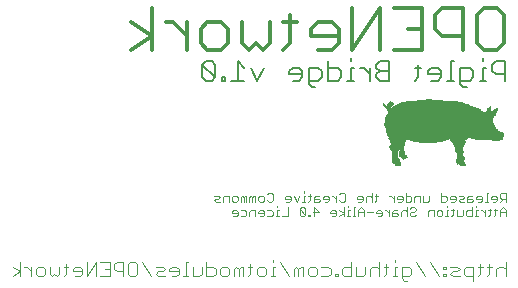
<source format=gbo>
G75*
%MOIN*%
%OFA0B0*%
%FSLAX25Y25*%
%IPPOS*%
%LPD*%
%AMOC8*
5,1,8,0,0,1.08239X$1,22.5*
%
%ADD10C,0.01200*%
%ADD11C,0.00300*%
%ADD12C,0.00600*%
%ADD13R,0.01650X0.00050*%
%ADD14R,0.01000X0.00050*%
%ADD15R,0.02050X0.00050*%
%ADD16R,0.01900X0.00050*%
%ADD17R,0.02100X0.00050*%
%ADD18R,0.00200X0.00050*%
%ADD19R,0.02300X0.00050*%
%ADD20R,0.02700X0.00050*%
%ADD21R,0.02500X0.00050*%
%ADD22R,0.02250X0.00050*%
%ADD23R,0.01450X0.00050*%
%ADD24R,0.01700X0.00050*%
%ADD25R,0.01850X0.00050*%
%ADD26R,0.02750X0.00050*%
%ADD27R,0.02900X0.00050*%
%ADD28R,0.04600X0.00050*%
%ADD29R,0.02950X0.00050*%
%ADD30R,0.04800X0.00050*%
%ADD31R,0.05000X0.00050*%
%ADD32R,0.03350X0.00050*%
%ADD33R,0.03550X0.00050*%
%ADD34R,0.03750X0.00050*%
%ADD35R,0.03950X0.00050*%
%ADD36R,0.04150X0.00050*%
%ADD37R,0.04350X0.00050*%
%ADD38R,0.05850X0.00050*%
%ADD39R,0.08350X0.00050*%
%ADD40R,0.05200X0.00050*%
%ADD41R,0.10200X0.00050*%
%ADD42R,0.05400X0.00050*%
%ADD43R,0.11700X0.00050*%
%ADD44R,0.05600X0.00050*%
%ADD45R,0.07500X0.00050*%
%ADD46R,0.13100X0.00050*%
%ADD47R,0.06050X0.00050*%
%ADD48R,0.09150X0.00050*%
%ADD49R,0.05650X0.00050*%
%ADD50R,0.20000X0.00050*%
%ADD51R,0.10400X0.00050*%
%ADD52R,0.26450X0.00050*%
%ADD53R,0.38100X0.00050*%
%ADD54R,0.38550X0.00050*%
%ADD55R,0.38750X0.00050*%
%ADD56R,0.38950X0.00050*%
%ADD57R,0.38150X0.00050*%
%ADD58R,0.37700X0.00050*%
%ADD59R,0.37300X0.00050*%
%ADD60R,0.37100X0.00050*%
%ADD61R,0.36850X0.00050*%
%ADD62R,0.36650X0.00050*%
%ADD63R,0.36450X0.00050*%
%ADD64R,0.36250X0.00050*%
%ADD65R,0.36000X0.00050*%
%ADD66R,0.35800X0.00050*%
%ADD67R,0.36050X0.00050*%
%ADD68R,0.32300X0.00050*%
%ADD69R,0.31650X0.00050*%
%ADD70R,0.01250X0.00050*%
%ADD71R,0.31250X0.00050*%
%ADD72R,0.31000X0.00050*%
%ADD73R,0.01050X0.00050*%
%ADD74R,0.00650X0.00050*%
%ADD75R,0.30850X0.00050*%
%ADD76R,0.00450X0.00050*%
%ADD77R,0.30650X0.00050*%
%ADD78R,0.28550X0.00050*%
%ADD79R,0.00400X0.00050*%
%ADD80R,0.27700X0.00050*%
%ADD81R,0.26850X0.00050*%
%ADD82R,0.26050X0.00050*%
%ADD83R,0.25000X0.00050*%
%ADD84R,0.00850X0.00050*%
%ADD85R,0.23950X0.00050*%
%ADD86R,0.23150X0.00050*%
%ADD87R,0.21900X0.00050*%
%ADD88R,0.20400X0.00050*%
%ADD89R,0.19000X0.00050*%
%ADD90R,0.17100X0.00050*%
%ADD91R,0.14400X0.00050*%
%ADD92R,0.08750X0.00050*%
%ADD93C,0.00400*%
D10*
X0201682Y0144683D02*
X0208588Y0149287D01*
X0201682Y0153891D01*
X0213192Y0153891D02*
X0215494Y0153891D01*
X0220098Y0149287D01*
X0224702Y0146985D02*
X0224702Y0151589D01*
X0227004Y0153891D01*
X0231608Y0153891D01*
X0233910Y0151589D01*
X0233910Y0146985D01*
X0231608Y0144683D01*
X0227004Y0144683D01*
X0224702Y0146985D01*
X0220098Y0144683D02*
X0220098Y0153891D01*
X0208588Y0158495D02*
X0208588Y0144683D01*
X0238514Y0146985D02*
X0240816Y0144683D01*
X0243118Y0146985D01*
X0245420Y0144683D01*
X0247722Y0146985D01*
X0247722Y0153891D01*
X0252325Y0153891D02*
X0256929Y0153891D01*
X0261533Y0151589D02*
X0261533Y0149287D01*
X0270741Y0149287D01*
X0270741Y0146985D02*
X0270741Y0151589D01*
X0268439Y0153891D01*
X0263835Y0153891D01*
X0261533Y0151589D01*
X0254627Y0146985D02*
X0252325Y0144683D01*
X0254627Y0146985D02*
X0254627Y0156193D01*
X0238514Y0153891D02*
X0238514Y0146985D01*
X0263835Y0144683D02*
X0268439Y0144683D01*
X0270741Y0146985D01*
X0275345Y0144683D02*
X0275345Y0158495D01*
X0284553Y0158495D02*
X0275345Y0144683D01*
X0284553Y0144683D02*
X0284553Y0158495D01*
X0289157Y0158495D02*
X0298365Y0158495D01*
X0298365Y0144683D01*
X0289157Y0144683D01*
X0293761Y0151589D02*
X0298365Y0151589D01*
X0302969Y0151589D02*
X0305271Y0149287D01*
X0312177Y0149287D01*
X0316781Y0146985D02*
X0316781Y0156193D01*
X0319083Y0158495D01*
X0323686Y0158495D01*
X0325988Y0156193D01*
X0325988Y0146985D01*
X0323686Y0144683D01*
X0319083Y0144683D01*
X0316781Y0146985D01*
X0312177Y0144683D02*
X0312177Y0158495D01*
X0305271Y0158495D01*
X0302969Y0156193D01*
X0302969Y0151589D01*
D11*
X0304853Y0096956D02*
X0304853Y0094054D01*
X0306304Y0094054D01*
X0306788Y0094538D01*
X0306788Y0095505D01*
X0306304Y0095989D01*
X0304853Y0095989D01*
X0307800Y0095505D02*
X0307800Y0095021D01*
X0309735Y0095021D01*
X0309735Y0094538D02*
X0309735Y0095505D01*
X0309251Y0095989D01*
X0308284Y0095989D01*
X0307800Y0095505D01*
X0308284Y0094054D02*
X0309251Y0094054D01*
X0309735Y0094538D01*
X0310746Y0094538D02*
X0311230Y0095021D01*
X0312198Y0095021D01*
X0312681Y0095505D01*
X0312198Y0095989D01*
X0310746Y0095989D01*
X0310746Y0094538D02*
X0311230Y0094054D01*
X0312681Y0094054D01*
X0313693Y0094054D02*
X0315144Y0094054D01*
X0315628Y0094538D01*
X0315144Y0095021D01*
X0313693Y0095021D01*
X0313693Y0095505D02*
X0313693Y0094054D01*
X0313693Y0095505D02*
X0314177Y0095989D01*
X0315144Y0095989D01*
X0316639Y0095505D02*
X0316639Y0095021D01*
X0318574Y0095021D01*
X0318574Y0094538D02*
X0318574Y0095505D01*
X0318091Y0095989D01*
X0317123Y0095989D01*
X0316639Y0095505D01*
X0317123Y0094054D02*
X0318091Y0094054D01*
X0318574Y0094538D01*
X0319571Y0094054D02*
X0320539Y0094054D01*
X0320055Y0094054D02*
X0320055Y0096956D01*
X0320539Y0096956D01*
X0321550Y0095505D02*
X0321550Y0095021D01*
X0323485Y0095021D01*
X0323485Y0094538D02*
X0323485Y0095505D01*
X0323001Y0095989D01*
X0322034Y0095989D01*
X0321550Y0095505D01*
X0322034Y0094054D02*
X0323001Y0094054D01*
X0323485Y0094538D01*
X0324497Y0094054D02*
X0325464Y0095021D01*
X0324980Y0095021D02*
X0326432Y0095021D01*
X0326432Y0094054D02*
X0326432Y0096956D01*
X0324980Y0096956D01*
X0324497Y0096473D01*
X0324497Y0095505D01*
X0324980Y0095021D01*
X0316617Y0092640D02*
X0316617Y0092156D01*
X0316617Y0091189D02*
X0316617Y0089254D01*
X0316134Y0089254D02*
X0317101Y0089254D01*
X0317101Y0091189D02*
X0316617Y0091189D01*
X0315137Y0091189D02*
X0313685Y0091189D01*
X0313202Y0090705D01*
X0313202Y0089738D01*
X0313685Y0089254D01*
X0315137Y0089254D01*
X0315137Y0092156D01*
X0312190Y0091189D02*
X0312190Y0089738D01*
X0311706Y0089254D01*
X0310255Y0089254D01*
X0310255Y0091189D01*
X0309244Y0091189D02*
X0308276Y0091189D01*
X0308760Y0091673D02*
X0308760Y0089738D01*
X0308276Y0089254D01*
X0307279Y0089254D02*
X0306312Y0089254D01*
X0306796Y0089254D02*
X0306796Y0091189D01*
X0307279Y0091189D01*
X0306796Y0092156D02*
X0306796Y0092640D01*
X0305315Y0090705D02*
X0305315Y0089738D01*
X0304831Y0089254D01*
X0303864Y0089254D01*
X0303380Y0089738D01*
X0303380Y0090705D01*
X0303864Y0091189D01*
X0304831Y0091189D01*
X0305315Y0090705D01*
X0302368Y0091189D02*
X0300917Y0091189D01*
X0300433Y0090705D01*
X0300433Y0089254D01*
X0302368Y0089254D02*
X0302368Y0091189D01*
X0300411Y0094054D02*
X0298960Y0094054D01*
X0298960Y0095989D01*
X0297949Y0095989D02*
X0296497Y0095989D01*
X0296014Y0095505D01*
X0296014Y0094054D01*
X0295002Y0094538D02*
X0294518Y0094054D01*
X0293067Y0094054D01*
X0293067Y0096956D01*
X0293067Y0095989D02*
X0294518Y0095989D01*
X0295002Y0095505D01*
X0295002Y0094538D01*
X0292056Y0094538D02*
X0291572Y0094054D01*
X0290604Y0094054D01*
X0290121Y0095021D02*
X0292056Y0095021D01*
X0292056Y0094538D02*
X0292056Y0095505D01*
X0291572Y0095989D01*
X0290604Y0095989D01*
X0290121Y0095505D01*
X0290121Y0095021D01*
X0289109Y0095021D02*
X0288142Y0095989D01*
X0287658Y0095989D01*
X0289109Y0095989D02*
X0289109Y0094054D01*
X0289131Y0091189D02*
X0288647Y0090705D01*
X0288647Y0089254D01*
X0290099Y0089254D01*
X0290582Y0089738D01*
X0290099Y0090221D01*
X0288647Y0090221D01*
X0287636Y0090221D02*
X0286668Y0091189D01*
X0286185Y0091189D01*
X0285180Y0090705D02*
X0284697Y0091189D01*
X0283729Y0091189D01*
X0283245Y0090705D01*
X0283245Y0090221D01*
X0285180Y0090221D01*
X0285180Y0089738D02*
X0285180Y0090705D01*
X0285180Y0089738D02*
X0284697Y0089254D01*
X0283729Y0089254D01*
X0282234Y0090705D02*
X0280299Y0090705D01*
X0279287Y0090705D02*
X0277352Y0090705D01*
X0277352Y0091189D02*
X0277352Y0089254D01*
X0276341Y0089254D02*
X0275373Y0089254D01*
X0275857Y0089254D02*
X0275857Y0092156D01*
X0276341Y0092156D01*
X0277352Y0091189D02*
X0278320Y0092156D01*
X0279287Y0091189D01*
X0279287Y0089254D01*
X0274377Y0089254D02*
X0273409Y0089254D01*
X0273893Y0089254D02*
X0273893Y0091189D01*
X0274377Y0091189D01*
X0273893Y0092156D02*
X0273893Y0092640D01*
X0272412Y0092156D02*
X0272412Y0089254D01*
X0272412Y0090221D02*
X0270961Y0091189D01*
X0269957Y0090705D02*
X0269473Y0091189D01*
X0268506Y0091189D01*
X0268022Y0090705D01*
X0268022Y0090221D01*
X0269957Y0090221D01*
X0269957Y0089738D02*
X0269957Y0090705D01*
X0269957Y0089738D02*
X0269473Y0089254D01*
X0268506Y0089254D01*
X0270961Y0089254D02*
X0272412Y0090221D01*
X0272420Y0094054D02*
X0271452Y0094054D01*
X0270968Y0094538D01*
X0269957Y0095021D02*
X0268989Y0095989D01*
X0268506Y0095989D01*
X0267501Y0095505D02*
X0267018Y0095989D01*
X0266050Y0095989D01*
X0265566Y0095505D01*
X0265566Y0095021D01*
X0267501Y0095021D01*
X0267501Y0094538D02*
X0267501Y0095505D01*
X0267501Y0094538D02*
X0267018Y0094054D01*
X0266050Y0094054D01*
X0264555Y0094538D02*
X0264071Y0095021D01*
X0262620Y0095021D01*
X0262620Y0095505D02*
X0262620Y0094054D01*
X0264071Y0094054D01*
X0264555Y0094538D01*
X0264071Y0095989D02*
X0263104Y0095989D01*
X0262620Y0095505D01*
X0261608Y0095989D02*
X0260641Y0095989D01*
X0261125Y0096473D02*
X0261125Y0094538D01*
X0260641Y0094054D01*
X0259644Y0094054D02*
X0258676Y0094054D01*
X0259160Y0094054D02*
X0259160Y0095989D01*
X0259644Y0095989D01*
X0259160Y0096956D02*
X0259160Y0097440D01*
X0257680Y0095989D02*
X0256712Y0094054D01*
X0255745Y0095989D01*
X0254733Y0095505D02*
X0254249Y0095989D01*
X0253282Y0095989D01*
X0252798Y0095505D01*
X0252798Y0095021D01*
X0254733Y0095021D01*
X0254733Y0094538D02*
X0254733Y0095505D01*
X0254733Y0094538D02*
X0254249Y0094054D01*
X0253282Y0094054D01*
X0253751Y0092156D02*
X0253751Y0089254D01*
X0251816Y0089254D01*
X0250804Y0089254D02*
X0249837Y0089254D01*
X0250321Y0089254D02*
X0250321Y0091189D01*
X0250804Y0091189D01*
X0250321Y0092156D02*
X0250321Y0092640D01*
X0248840Y0094538D02*
X0248356Y0094054D01*
X0247389Y0094054D01*
X0246905Y0094538D01*
X0245894Y0094538D02*
X0245410Y0094054D01*
X0244442Y0094054D01*
X0243959Y0094538D01*
X0243959Y0095505D01*
X0244442Y0095989D01*
X0245410Y0095989D01*
X0245894Y0095505D01*
X0245894Y0094538D01*
X0246905Y0096473D02*
X0247389Y0096956D01*
X0248356Y0096956D01*
X0248840Y0096473D01*
X0248840Y0094538D01*
X0242947Y0094054D02*
X0242947Y0095989D01*
X0242463Y0095989D01*
X0241980Y0095505D01*
X0241496Y0095989D01*
X0241012Y0095505D01*
X0241012Y0094054D01*
X0241980Y0094054D02*
X0241980Y0095505D01*
X0240000Y0095989D02*
X0240000Y0094054D01*
X0239033Y0094054D02*
X0239033Y0095505D01*
X0238549Y0095989D01*
X0238066Y0095505D01*
X0238066Y0094054D01*
X0237054Y0094538D02*
X0236570Y0094054D01*
X0235603Y0094054D01*
X0235119Y0094538D01*
X0235119Y0095505D01*
X0235603Y0095989D01*
X0236570Y0095989D01*
X0237054Y0095505D01*
X0237054Y0094538D01*
X0239033Y0095505D02*
X0239517Y0095989D01*
X0240000Y0095989D01*
X0234107Y0095989D02*
X0234107Y0094054D01*
X0232172Y0094054D02*
X0232172Y0095505D01*
X0232656Y0095989D01*
X0234107Y0095989D01*
X0231161Y0095505D02*
X0230677Y0095989D01*
X0229226Y0095989D01*
X0229710Y0095021D02*
X0230677Y0095021D01*
X0231161Y0095505D01*
X0231161Y0094054D02*
X0229710Y0094054D01*
X0229226Y0094538D01*
X0229710Y0095021D01*
X0235119Y0090705D02*
X0235119Y0090221D01*
X0237054Y0090221D01*
X0237054Y0089738D02*
X0237054Y0090705D01*
X0236570Y0091189D01*
X0235603Y0091189D01*
X0235119Y0090705D01*
X0235603Y0089254D02*
X0236570Y0089254D01*
X0237054Y0089738D01*
X0238066Y0089254D02*
X0239517Y0089254D01*
X0240001Y0089738D01*
X0240001Y0090705D01*
X0239517Y0091189D01*
X0238066Y0091189D01*
X0241012Y0090705D02*
X0241012Y0089254D01*
X0241012Y0090705D02*
X0241496Y0091189D01*
X0242947Y0091189D01*
X0242947Y0089254D01*
X0243959Y0090221D02*
X0245894Y0090221D01*
X0245894Y0089738D02*
X0245894Y0090705D01*
X0245410Y0091189D01*
X0244442Y0091189D01*
X0243959Y0090705D01*
X0243959Y0090221D01*
X0244442Y0089254D02*
X0245410Y0089254D01*
X0245894Y0089738D01*
X0246905Y0089254D02*
X0248356Y0089254D01*
X0248840Y0089738D01*
X0248840Y0090705D01*
X0248356Y0091189D01*
X0246905Y0091189D01*
X0257709Y0091673D02*
X0259644Y0089738D01*
X0259160Y0089254D01*
X0258193Y0089254D01*
X0257709Y0089738D01*
X0257709Y0091673D01*
X0258193Y0092156D01*
X0259160Y0092156D01*
X0259644Y0091673D01*
X0259644Y0089738D01*
X0260633Y0089738D02*
X0260633Y0089254D01*
X0261117Y0089254D01*
X0261117Y0089738D01*
X0260633Y0089738D01*
X0262129Y0090705D02*
X0264064Y0090705D01*
X0262613Y0092156D01*
X0262613Y0089254D01*
X0269957Y0094054D02*
X0269957Y0095989D01*
X0270968Y0096473D02*
X0271452Y0096956D01*
X0272420Y0096956D01*
X0272903Y0096473D01*
X0272903Y0094538D01*
X0272420Y0094054D01*
X0276861Y0095021D02*
X0278796Y0095021D01*
X0278796Y0094538D02*
X0278796Y0095505D01*
X0278313Y0095989D01*
X0277345Y0095989D01*
X0276861Y0095505D01*
X0276861Y0095021D01*
X0277345Y0094054D02*
X0278313Y0094054D01*
X0278796Y0094538D01*
X0279808Y0094054D02*
X0279808Y0095505D01*
X0280292Y0095989D01*
X0281259Y0095989D01*
X0281743Y0095505D01*
X0282740Y0095989D02*
X0283707Y0095989D01*
X0283223Y0096473D02*
X0283223Y0094538D01*
X0282740Y0094054D01*
X0281743Y0094054D02*
X0281743Y0096956D01*
X0287636Y0091189D02*
X0287636Y0089254D01*
X0289131Y0091189D02*
X0290099Y0091189D01*
X0291594Y0090705D02*
X0291594Y0089254D01*
X0291594Y0090705D02*
X0292078Y0091189D01*
X0293045Y0091189D01*
X0293529Y0090705D01*
X0294540Y0090221D02*
X0295024Y0090705D01*
X0295992Y0090705D01*
X0296475Y0091189D01*
X0296475Y0091673D01*
X0295992Y0092156D01*
X0295024Y0092156D01*
X0294540Y0091673D01*
X0293529Y0092156D02*
X0293529Y0089254D01*
X0294540Y0089738D02*
X0295024Y0089254D01*
X0295992Y0089254D01*
X0296475Y0089738D01*
X0294540Y0089738D02*
X0294540Y0090221D01*
X0297949Y0094054D02*
X0297949Y0095989D01*
X0300895Y0095989D02*
X0300895Y0094538D01*
X0300411Y0094054D01*
X0318105Y0091189D02*
X0318589Y0091189D01*
X0319556Y0090221D01*
X0319556Y0089254D02*
X0319556Y0091189D01*
X0320553Y0091189D02*
X0321521Y0091189D01*
X0321037Y0091673D02*
X0321037Y0089738D01*
X0320553Y0089254D01*
X0322518Y0089254D02*
X0323001Y0089738D01*
X0323001Y0091673D01*
X0322518Y0091189D02*
X0323485Y0091189D01*
X0324497Y0091189D02*
X0324497Y0089254D01*
X0324497Y0090705D02*
X0326432Y0090705D01*
X0326432Y0091189D02*
X0325464Y0092156D01*
X0324497Y0091189D01*
X0326432Y0091189D02*
X0326432Y0089254D01*
D12*
X0313411Y0132248D02*
X0312343Y0132248D01*
X0311276Y0133316D01*
X0311276Y0138654D01*
X0314478Y0138654D01*
X0315546Y0137586D01*
X0315546Y0135451D01*
X0314478Y0134383D01*
X0311276Y0134383D01*
X0309100Y0134383D02*
X0306965Y0134383D01*
X0308033Y0134383D02*
X0308033Y0140789D01*
X0309100Y0140789D01*
X0304803Y0137586D02*
X0303736Y0138654D01*
X0301601Y0138654D01*
X0300533Y0137586D01*
X0300533Y0136518D01*
X0304803Y0136518D01*
X0304803Y0135451D02*
X0304803Y0137586D01*
X0304803Y0135451D02*
X0303736Y0134383D01*
X0301601Y0134383D01*
X0297290Y0135451D02*
X0296223Y0134383D01*
X0297290Y0135451D02*
X0297290Y0139721D01*
X0296223Y0138654D02*
X0298358Y0138654D01*
X0287615Y0137586D02*
X0284413Y0137586D01*
X0283345Y0136518D01*
X0283345Y0135451D01*
X0284413Y0134383D01*
X0287615Y0134383D01*
X0287615Y0140789D01*
X0284413Y0140789D01*
X0283345Y0139721D01*
X0283345Y0138654D01*
X0284413Y0137586D01*
X0281170Y0136518D02*
X0279035Y0138654D01*
X0277967Y0138654D01*
X0275799Y0138654D02*
X0274731Y0138654D01*
X0274731Y0134383D01*
X0273664Y0134383D02*
X0275799Y0134383D01*
X0271502Y0135451D02*
X0271502Y0137586D01*
X0270434Y0138654D01*
X0267231Y0138654D01*
X0265056Y0137586D02*
X0265056Y0135451D01*
X0263989Y0134383D01*
X0260786Y0134383D01*
X0260786Y0133316D02*
X0260786Y0138654D01*
X0263989Y0138654D01*
X0265056Y0137586D01*
X0270434Y0134383D02*
X0271502Y0135451D01*
X0270434Y0134383D02*
X0267231Y0134383D01*
X0267231Y0140789D01*
X0274731Y0140789D02*
X0274731Y0141856D01*
X0281170Y0138654D02*
X0281170Y0134383D01*
X0262921Y0132248D02*
X0261853Y0132248D01*
X0260786Y0133316D01*
X0258611Y0135451D02*
X0258611Y0137586D01*
X0257543Y0138654D01*
X0255408Y0138654D01*
X0254340Y0137586D01*
X0254340Y0136518D01*
X0258611Y0136518D01*
X0258611Y0135451D02*
X0257543Y0134383D01*
X0255408Y0134383D01*
X0245720Y0138654D02*
X0243585Y0134383D01*
X0241449Y0138654D01*
X0239274Y0138654D02*
X0237139Y0140789D01*
X0237139Y0134383D01*
X0239274Y0134383D02*
X0235004Y0134383D01*
X0232829Y0134383D02*
X0231761Y0134383D01*
X0231761Y0135451D01*
X0232829Y0135451D01*
X0232829Y0134383D01*
X0229606Y0135451D02*
X0225336Y0139721D01*
X0225336Y0135451D01*
X0226403Y0134383D01*
X0228538Y0134383D01*
X0229606Y0135451D01*
X0229606Y0139721D01*
X0228538Y0140789D01*
X0226403Y0140789D01*
X0225336Y0139721D01*
X0317708Y0134383D02*
X0319843Y0134383D01*
X0318775Y0134383D02*
X0318775Y0138654D01*
X0319843Y0138654D01*
X0322018Y0139721D02*
X0322018Y0137586D01*
X0323086Y0136518D01*
X0326288Y0136518D01*
X0326288Y0134383D02*
X0326288Y0140789D01*
X0323086Y0140789D01*
X0322018Y0139721D01*
X0318775Y0140789D02*
X0318775Y0141856D01*
D13*
X0288188Y0126783D03*
X0288188Y0126733D03*
X0288188Y0126683D03*
X0288188Y0126633D03*
X0288188Y0126583D03*
X0291938Y0111133D03*
X0291938Y0111083D03*
X0291938Y0111033D03*
X0291938Y0110983D03*
X0291938Y0110933D03*
X0291938Y0110883D03*
X0291938Y0110833D03*
X0291938Y0110783D03*
X0312138Y0105933D03*
X0312138Y0105883D03*
X0312138Y0105833D03*
X0312138Y0105783D03*
D14*
X0290363Y0105783D03*
X0290363Y0105833D03*
X0290363Y0105883D03*
X0290363Y0105933D03*
D15*
X0289638Y0108283D03*
X0289638Y0108333D03*
X0289638Y0108383D03*
X0289638Y0108433D03*
X0289638Y0108483D03*
X0289638Y0108533D03*
X0289638Y0108583D03*
X0289638Y0108633D03*
X0289638Y0108683D03*
X0289638Y0108733D03*
X0289638Y0108783D03*
X0289638Y0108833D03*
X0289638Y0108883D03*
X0289638Y0108933D03*
X0289638Y0108983D03*
X0289638Y0109033D03*
X0289638Y0109083D03*
X0289638Y0109133D03*
X0289638Y0109183D03*
X0289638Y0109233D03*
X0289638Y0109283D03*
X0311088Y0109333D03*
X0311088Y0109383D03*
X0311088Y0109433D03*
X0311088Y0109483D03*
X0311088Y0109533D03*
X0311088Y0109583D03*
X0311088Y0109633D03*
X0311088Y0109683D03*
X0311088Y0109733D03*
X0311088Y0109783D03*
X0311088Y0109833D03*
X0311088Y0109883D03*
X0311088Y0109933D03*
X0311088Y0109983D03*
X0311088Y0110033D03*
X0311088Y0110083D03*
X0312138Y0106333D03*
X0312138Y0106283D03*
X0312138Y0106233D03*
X0312138Y0106183D03*
X0312138Y0106133D03*
X0312138Y0106083D03*
X0312138Y0106033D03*
X0312138Y0105983D03*
X0300888Y0127633D03*
X0300888Y0127683D03*
X0300888Y0127733D03*
X0300888Y0127783D03*
D16*
X0288063Y0126533D03*
X0288063Y0126483D03*
X0288063Y0126433D03*
X0288063Y0126383D03*
X0291813Y0110733D03*
X0291813Y0110683D03*
X0291813Y0110633D03*
X0291813Y0110583D03*
X0291813Y0110533D03*
X0291813Y0110483D03*
X0291813Y0110433D03*
X0291813Y0110383D03*
X0291813Y0110333D03*
X0291813Y0110283D03*
X0291813Y0110233D03*
X0291813Y0110183D03*
X0291813Y0110133D03*
X0292663Y0108833D03*
X0292663Y0108783D03*
X0292663Y0108733D03*
X0292663Y0108683D03*
X0290563Y0106133D03*
X0290563Y0106083D03*
X0290563Y0106033D03*
X0290563Y0105983D03*
D17*
X0290663Y0106183D03*
X0290663Y0106233D03*
X0290663Y0106283D03*
X0290663Y0106333D03*
X0291913Y0109533D03*
X0291913Y0109583D03*
X0291913Y0109633D03*
X0291913Y0109683D03*
X0291913Y0109733D03*
X0291913Y0109783D03*
X0291913Y0109833D03*
X0291913Y0109883D03*
X0291913Y0109933D03*
X0291913Y0109983D03*
X0291913Y0110033D03*
X0291913Y0110083D03*
X0289413Y0110133D03*
X0289413Y0110183D03*
X0289413Y0110233D03*
X0289413Y0110283D03*
X0311913Y0106533D03*
X0311913Y0106483D03*
X0311913Y0106433D03*
X0311913Y0106383D03*
X0287963Y0125983D03*
X0287963Y0126033D03*
X0287963Y0126083D03*
X0287963Y0126133D03*
X0287963Y0126183D03*
X0287963Y0126233D03*
X0287963Y0126283D03*
X0287963Y0126333D03*
X0287763Y0125933D03*
X0287763Y0125883D03*
X0287763Y0125833D03*
X0287763Y0125783D03*
D18*
X0288263Y0127033D03*
X0288263Y0127083D03*
X0288263Y0127133D03*
X0288263Y0127183D03*
X0285763Y0126533D03*
X0285763Y0126483D03*
X0285763Y0126433D03*
X0285763Y0126383D03*
X0321413Y0125533D03*
X0321413Y0125483D03*
X0321413Y0125433D03*
X0321413Y0125383D03*
X0321413Y0125333D03*
X0323713Y0125083D03*
X0323713Y0125033D03*
X0323713Y0124983D03*
X0323713Y0124933D03*
X0292663Y0108233D03*
X0292663Y0108183D03*
X0292663Y0108133D03*
X0292663Y0108083D03*
X0310563Y0106533D03*
X0310563Y0106483D03*
X0310563Y0106433D03*
X0310563Y0106383D03*
D19*
X0311413Y0108683D03*
X0311413Y0108733D03*
X0311413Y0108783D03*
X0311413Y0108833D03*
X0311213Y0108883D03*
X0311213Y0108933D03*
X0311213Y0108983D03*
X0311213Y0109033D03*
X0311213Y0109083D03*
X0311213Y0109133D03*
X0311213Y0109183D03*
X0311213Y0109233D03*
X0311213Y0109283D03*
X0292013Y0109333D03*
X0292013Y0109383D03*
X0292013Y0109433D03*
X0292013Y0109483D03*
X0289513Y0110333D03*
X0289513Y0110383D03*
X0289513Y0110433D03*
X0289513Y0110483D03*
X0289513Y0110533D03*
X0289513Y0110583D03*
X0289513Y0110633D03*
X0289513Y0110683D03*
X0289513Y0110733D03*
X0290563Y0106533D03*
X0290563Y0106483D03*
X0290563Y0106433D03*
X0290563Y0106383D03*
D20*
X0290163Y0106583D03*
X0290163Y0106633D03*
X0290163Y0106683D03*
X0290163Y0106733D03*
X0290163Y0106783D03*
X0290163Y0106833D03*
X0290163Y0106883D03*
X0290163Y0106933D03*
X0290163Y0106983D03*
X0289963Y0107033D03*
X0289963Y0107083D03*
X0289963Y0107133D03*
X0289963Y0107183D03*
X0311413Y0107833D03*
X0311413Y0107883D03*
X0311413Y0107933D03*
X0311413Y0107983D03*
X0311413Y0108033D03*
X0311413Y0108083D03*
X0311413Y0108133D03*
X0311413Y0108183D03*
X0311413Y0108233D03*
X0311413Y0108283D03*
X0311413Y0108333D03*
X0311413Y0108383D03*
X0311413Y0108433D03*
X0311613Y0106783D03*
X0311613Y0106733D03*
X0311613Y0106683D03*
X0311613Y0106633D03*
X0311613Y0106583D03*
D21*
X0311513Y0106833D03*
X0311513Y0106883D03*
X0311513Y0106933D03*
X0311513Y0106983D03*
X0311313Y0107033D03*
X0311313Y0107083D03*
X0311313Y0107133D03*
X0311313Y0107183D03*
X0311313Y0107233D03*
X0311313Y0107283D03*
X0311313Y0107333D03*
X0311313Y0107383D03*
X0311313Y0107433D03*
X0311313Y0107483D03*
X0311313Y0107533D03*
X0311313Y0107583D03*
X0311313Y0107633D03*
X0311313Y0107683D03*
X0311313Y0107733D03*
X0311313Y0107783D03*
X0311513Y0108483D03*
X0311513Y0108533D03*
X0311513Y0108583D03*
X0311513Y0108633D03*
X0311113Y0110333D03*
X0311113Y0110383D03*
X0311113Y0110433D03*
X0311113Y0110483D03*
X0311113Y0110533D03*
X0292363Y0109033D03*
X0292363Y0108983D03*
X0292363Y0108933D03*
X0292363Y0108883D03*
X0292113Y0109083D03*
X0292113Y0109133D03*
X0292113Y0109183D03*
X0292113Y0109233D03*
X0292113Y0109283D03*
X0289863Y0107783D03*
X0289863Y0107733D03*
X0289863Y0107683D03*
X0289863Y0107633D03*
X0289863Y0107583D03*
X0289863Y0107533D03*
X0289863Y0107483D03*
X0289863Y0107433D03*
X0289863Y0107383D03*
X0289863Y0107333D03*
X0289863Y0107283D03*
X0289863Y0107233D03*
X0289413Y0110783D03*
X0289413Y0110833D03*
X0289413Y0110883D03*
X0289413Y0110933D03*
X0289413Y0110983D03*
X0289413Y0111033D03*
X0289413Y0111083D03*
X0289413Y0111133D03*
D22*
X0289738Y0108233D03*
X0289738Y0108183D03*
X0289738Y0108133D03*
X0289738Y0108083D03*
X0289738Y0108033D03*
X0289738Y0107983D03*
X0289738Y0107933D03*
X0289738Y0107883D03*
X0289738Y0107833D03*
X0310988Y0110133D03*
X0310988Y0110183D03*
X0310988Y0110233D03*
X0310988Y0110283D03*
X0287238Y0125333D03*
X0287238Y0125383D03*
X0287238Y0125433D03*
X0287238Y0125483D03*
X0287238Y0125533D03*
D23*
X0291838Y0111333D03*
X0291838Y0111283D03*
X0291838Y0111233D03*
X0291838Y0111183D03*
X0292638Y0108433D03*
X0292638Y0108383D03*
X0292638Y0108333D03*
X0292638Y0108283D03*
X0320788Y0124083D03*
X0320788Y0124133D03*
X0320788Y0124183D03*
X0320788Y0124233D03*
X0320788Y0124283D03*
X0322638Y0123833D03*
X0322638Y0123783D03*
X0322638Y0123733D03*
X0322638Y0123683D03*
D24*
X0292763Y0108633D03*
X0292763Y0108583D03*
X0292763Y0108533D03*
X0292763Y0108483D03*
D25*
X0289538Y0109333D03*
X0289538Y0109383D03*
X0289538Y0109433D03*
X0289538Y0109483D03*
X0289538Y0109533D03*
X0289538Y0109583D03*
X0289538Y0109633D03*
X0289538Y0109683D03*
X0289538Y0109733D03*
X0289538Y0109783D03*
X0289538Y0109833D03*
X0289538Y0109883D03*
X0289538Y0109933D03*
X0289538Y0109983D03*
X0289538Y0110033D03*
X0289538Y0110083D03*
X0287238Y0125133D03*
X0287238Y0125183D03*
X0287238Y0125233D03*
X0287238Y0125283D03*
X0320788Y0124033D03*
X0320788Y0123983D03*
X0320788Y0123933D03*
X0320788Y0123883D03*
X0320788Y0123833D03*
X0320788Y0123783D03*
X0320788Y0123733D03*
X0320788Y0123683D03*
D26*
X0310988Y0111533D03*
X0310988Y0111483D03*
X0310988Y0111433D03*
X0310988Y0111383D03*
X0310988Y0111333D03*
X0310988Y0111283D03*
X0310988Y0111233D03*
X0310988Y0111183D03*
X0310988Y0111133D03*
X0310988Y0111083D03*
X0310988Y0111033D03*
X0310988Y0110983D03*
X0310988Y0110933D03*
X0310988Y0110883D03*
X0310988Y0110833D03*
X0310988Y0110783D03*
X0310988Y0110733D03*
X0310988Y0110683D03*
X0310988Y0110633D03*
X0310988Y0110583D03*
D27*
X0323163Y0114333D03*
X0323163Y0114383D03*
X0323163Y0114433D03*
X0323163Y0114483D03*
X0289413Y0111333D03*
X0289413Y0111283D03*
X0289413Y0111233D03*
X0289413Y0111183D03*
D28*
X0290263Y0111383D03*
X0290263Y0111433D03*
X0290263Y0111483D03*
X0290263Y0111533D03*
X0290463Y0112633D03*
X0290463Y0112683D03*
X0290463Y0112733D03*
X0290463Y0112783D03*
X0290463Y0112833D03*
X0290463Y0112883D03*
X0290463Y0112933D03*
X0290463Y0112983D03*
X0290463Y0113033D03*
X0290463Y0113083D03*
X0290463Y0113133D03*
X0290463Y0113183D03*
X0290463Y0113233D03*
X0310663Y0113883D03*
X0310663Y0113933D03*
X0310663Y0113983D03*
X0310663Y0114033D03*
X0310663Y0114083D03*
X0310663Y0114133D03*
X0310663Y0114183D03*
X0310663Y0114233D03*
X0310663Y0114283D03*
D29*
X0310888Y0112183D03*
X0310888Y0112133D03*
X0310888Y0112083D03*
X0310888Y0112033D03*
X0310888Y0111983D03*
X0310888Y0111933D03*
X0310888Y0111883D03*
X0310888Y0111833D03*
X0310888Y0111783D03*
X0310888Y0111733D03*
X0310888Y0111683D03*
X0310888Y0111633D03*
X0310888Y0111583D03*
X0287338Y0125583D03*
X0287338Y0125633D03*
X0287338Y0125683D03*
X0287338Y0125733D03*
D30*
X0290563Y0113633D03*
X0290563Y0113583D03*
X0290563Y0113533D03*
X0290563Y0113483D03*
X0290563Y0113433D03*
X0290563Y0113383D03*
X0290563Y0113333D03*
X0290563Y0113283D03*
X0290363Y0112583D03*
X0290363Y0112533D03*
X0290363Y0112483D03*
X0290363Y0112433D03*
X0290363Y0112383D03*
X0290363Y0112333D03*
X0290363Y0112283D03*
X0290363Y0112233D03*
X0290163Y0111983D03*
X0290163Y0111933D03*
X0290163Y0111883D03*
X0290163Y0111833D03*
X0290163Y0111783D03*
X0290163Y0111733D03*
X0290163Y0111683D03*
X0290163Y0111633D03*
X0290163Y0111583D03*
D31*
X0290263Y0112033D03*
X0290263Y0112083D03*
X0290263Y0112133D03*
X0290263Y0112183D03*
X0290463Y0113683D03*
X0290463Y0113733D03*
X0290463Y0113783D03*
X0290463Y0113833D03*
X0310663Y0114333D03*
X0310663Y0114383D03*
X0310663Y0114433D03*
X0310663Y0114483D03*
D32*
X0310888Y0112583D03*
X0310888Y0112533D03*
X0310888Y0112483D03*
X0310888Y0112433D03*
X0310888Y0112383D03*
X0310888Y0112333D03*
X0310888Y0112283D03*
X0310888Y0112233D03*
X0300688Y0113483D03*
X0300688Y0113533D03*
X0300688Y0113583D03*
X0300688Y0113633D03*
D33*
X0310788Y0112783D03*
X0310788Y0112733D03*
X0310788Y0112683D03*
X0310788Y0112633D03*
D34*
X0310888Y0112833D03*
X0310888Y0112883D03*
X0310888Y0112933D03*
X0310888Y0112983D03*
X0310888Y0113033D03*
X0321488Y0123483D03*
X0321488Y0123533D03*
X0321488Y0123583D03*
X0321488Y0123633D03*
D35*
X0310788Y0113433D03*
X0310788Y0113383D03*
X0310788Y0113333D03*
X0310788Y0113283D03*
X0310788Y0113233D03*
X0310788Y0113183D03*
X0310788Y0113133D03*
X0310788Y0113083D03*
D36*
X0310688Y0113483D03*
X0310688Y0113533D03*
X0310688Y0113583D03*
X0310688Y0113633D03*
D37*
X0310788Y0113683D03*
X0310788Y0113733D03*
X0310788Y0113783D03*
X0310788Y0113833D03*
D38*
X0300688Y0113833D03*
X0300688Y0113783D03*
X0300688Y0113733D03*
X0300688Y0113683D03*
D39*
X0300688Y0113883D03*
X0300688Y0113933D03*
X0300688Y0113983D03*
X0300688Y0114033D03*
D40*
X0290563Y0114033D03*
X0290563Y0113983D03*
X0290563Y0113933D03*
X0290563Y0113883D03*
D41*
X0300563Y0114083D03*
X0300563Y0114133D03*
X0300563Y0114183D03*
X0300563Y0114233D03*
X0300563Y0114283D03*
D42*
X0290463Y0114283D03*
X0290463Y0114233D03*
X0290463Y0114183D03*
X0290463Y0114133D03*
X0290463Y0114083D03*
X0310663Y0114533D03*
X0310663Y0114583D03*
X0310663Y0114633D03*
X0310663Y0114683D03*
D43*
X0300463Y0114483D03*
X0300463Y0114433D03*
X0300463Y0114383D03*
X0300463Y0114333D03*
D44*
X0290563Y0114333D03*
X0290563Y0114383D03*
X0290563Y0114433D03*
X0290563Y0114483D03*
D45*
X0321113Y0114533D03*
X0321113Y0114583D03*
X0321113Y0114633D03*
X0321113Y0114683D03*
D46*
X0300363Y0114683D03*
X0300363Y0114633D03*
X0300363Y0114583D03*
X0300363Y0114533D03*
D47*
X0290588Y0114533D03*
X0290588Y0114583D03*
X0290588Y0114633D03*
X0290588Y0114683D03*
D48*
X0320888Y0114733D03*
X0320888Y0114783D03*
X0320888Y0114833D03*
X0320888Y0114883D03*
D49*
X0310788Y0114883D03*
X0310788Y0114833D03*
X0310788Y0114783D03*
X0310788Y0114733D03*
D50*
X0297563Y0114733D03*
X0297563Y0114783D03*
X0297563Y0114833D03*
X0297563Y0114883D03*
D51*
X0320263Y0114933D03*
X0320263Y0114983D03*
X0320263Y0115033D03*
X0320263Y0115083D03*
D52*
X0300588Y0115083D03*
X0300588Y0115033D03*
X0300588Y0114983D03*
X0300588Y0114933D03*
D53*
X0306413Y0115133D03*
X0306413Y0115183D03*
X0306413Y0115233D03*
X0306413Y0115283D03*
X0306413Y0115333D03*
X0306413Y0115383D03*
X0306413Y0115433D03*
X0306413Y0115483D03*
X0306413Y0115533D03*
D54*
X0306388Y0115583D03*
X0306388Y0115633D03*
X0306388Y0115683D03*
X0306388Y0115733D03*
X0306388Y0115783D03*
X0306388Y0115833D03*
X0306388Y0115883D03*
X0306388Y0115933D03*
D55*
X0306288Y0115983D03*
X0306288Y0116033D03*
X0306288Y0116083D03*
X0306288Y0116133D03*
X0306288Y0116183D03*
X0306288Y0116233D03*
X0306288Y0116283D03*
X0306288Y0116333D03*
D56*
X0306388Y0116383D03*
X0306388Y0116433D03*
X0306388Y0116483D03*
X0306388Y0116533D03*
X0306188Y0116583D03*
X0306188Y0116633D03*
X0306188Y0116683D03*
X0306188Y0116733D03*
X0306188Y0116783D03*
D57*
X0305788Y0116833D03*
X0305788Y0116883D03*
X0305788Y0116933D03*
X0305788Y0116983D03*
D58*
X0305563Y0117033D03*
X0305563Y0117083D03*
X0305563Y0117133D03*
X0305563Y0117183D03*
D59*
X0305363Y0117233D03*
X0305363Y0117283D03*
X0305363Y0117333D03*
X0305363Y0117383D03*
X0305163Y0117433D03*
X0305163Y0117483D03*
X0305163Y0117533D03*
X0305163Y0117583D03*
D60*
X0305063Y0117633D03*
X0305063Y0117683D03*
X0305063Y0117733D03*
X0305063Y0117783D03*
D61*
X0304938Y0117833D03*
X0304938Y0117883D03*
X0304938Y0117933D03*
X0304938Y0117983D03*
X0304938Y0118033D03*
X0304938Y0118083D03*
X0304938Y0118133D03*
X0304938Y0118183D03*
X0304938Y0118233D03*
X0304738Y0118283D03*
X0304738Y0118333D03*
X0304738Y0118383D03*
X0304738Y0118433D03*
D62*
X0304638Y0118483D03*
X0304638Y0118533D03*
X0304638Y0118583D03*
X0304638Y0118633D03*
X0304638Y0118683D03*
X0304638Y0118733D03*
X0304638Y0118783D03*
X0304638Y0118833D03*
D63*
X0304538Y0118883D03*
X0304538Y0118933D03*
X0304538Y0118983D03*
X0304538Y0119033D03*
X0304538Y0119083D03*
X0304538Y0119133D03*
X0304538Y0119183D03*
X0304538Y0119233D03*
X0304538Y0119283D03*
X0304338Y0119333D03*
X0304338Y0119383D03*
X0304338Y0119433D03*
X0304338Y0119483D03*
X0304338Y0119533D03*
X0304338Y0119583D03*
X0304338Y0119633D03*
X0304338Y0119683D03*
X0304338Y0119733D03*
X0304338Y0119783D03*
X0304338Y0119833D03*
X0304338Y0119883D03*
X0304338Y0119933D03*
X0304338Y0119983D03*
X0304338Y0120033D03*
X0304338Y0120083D03*
X0304738Y0122433D03*
X0304738Y0122483D03*
X0304738Y0122533D03*
X0304738Y0122583D03*
D64*
X0304838Y0122633D03*
X0304838Y0122683D03*
X0304838Y0122733D03*
X0304838Y0122783D03*
X0305038Y0122833D03*
X0305038Y0122883D03*
X0305038Y0122933D03*
X0305038Y0122983D03*
X0305038Y0123033D03*
X0305038Y0123083D03*
X0305038Y0123133D03*
X0305038Y0123183D03*
X0305038Y0123233D03*
X0304638Y0122383D03*
X0304638Y0122333D03*
X0304638Y0122283D03*
X0304638Y0122233D03*
X0304638Y0122183D03*
X0304638Y0122133D03*
X0304638Y0122083D03*
X0304638Y0122033D03*
X0304438Y0121983D03*
X0304438Y0121933D03*
X0304438Y0121883D03*
X0304438Y0121833D03*
X0304238Y0120933D03*
X0304238Y0120883D03*
X0304238Y0120833D03*
X0304238Y0120783D03*
X0304238Y0120733D03*
X0304238Y0120683D03*
X0304238Y0120633D03*
X0304238Y0120583D03*
X0304238Y0120533D03*
X0304238Y0120483D03*
X0304238Y0120433D03*
X0304238Y0120383D03*
X0304238Y0120333D03*
X0304238Y0120283D03*
X0304238Y0120233D03*
X0304238Y0120183D03*
X0304238Y0120133D03*
D65*
X0304113Y0120983D03*
X0304113Y0121033D03*
X0304113Y0121083D03*
X0304113Y0121133D03*
X0304113Y0121183D03*
X0304113Y0121233D03*
X0304113Y0121283D03*
X0304113Y0121333D03*
D66*
X0304213Y0121383D03*
X0304213Y0121433D03*
X0304213Y0121483D03*
X0304213Y0121533D03*
D67*
X0304338Y0121583D03*
X0304338Y0121633D03*
X0304338Y0121683D03*
X0304338Y0121733D03*
X0304338Y0121783D03*
X0305138Y0123283D03*
X0305138Y0123333D03*
X0305138Y0123383D03*
X0305138Y0123433D03*
D68*
X0303263Y0123483D03*
X0303263Y0123533D03*
X0303263Y0123583D03*
X0303263Y0123633D03*
D69*
X0303188Y0123683D03*
X0303188Y0123733D03*
X0303188Y0123783D03*
X0303188Y0123833D03*
D70*
X0288188Y0126833D03*
X0288188Y0126883D03*
X0288188Y0126933D03*
X0288188Y0126983D03*
X0320888Y0124683D03*
X0320888Y0124633D03*
X0320888Y0124583D03*
X0320888Y0124533D03*
X0320888Y0124483D03*
X0320888Y0124433D03*
X0320888Y0124383D03*
X0320888Y0124333D03*
X0322738Y0124033D03*
X0322738Y0123983D03*
X0322738Y0123933D03*
X0322738Y0123883D03*
X0322988Y0124083D03*
X0322988Y0124133D03*
X0322988Y0124183D03*
X0322988Y0124233D03*
X0322988Y0124283D03*
D71*
X0303188Y0124033D03*
X0303188Y0123983D03*
X0303188Y0123933D03*
X0303188Y0123883D03*
X0302538Y0124333D03*
X0302538Y0124383D03*
X0302538Y0124433D03*
X0302538Y0124483D03*
D72*
X0302863Y0124283D03*
X0302863Y0124233D03*
X0302863Y0124183D03*
X0302863Y0124133D03*
X0302863Y0124083D03*
D73*
X0287238Y0124933D03*
X0287238Y0124983D03*
X0287238Y0125033D03*
X0287238Y0125083D03*
X0320988Y0124883D03*
X0320988Y0124833D03*
X0320988Y0124783D03*
X0320988Y0124733D03*
X0323088Y0124483D03*
X0323088Y0124433D03*
X0323088Y0124383D03*
X0323088Y0124333D03*
D74*
X0323288Y0124533D03*
X0323288Y0124583D03*
X0323288Y0124633D03*
X0323288Y0124683D03*
X0321188Y0124933D03*
X0321188Y0124983D03*
X0321188Y0125033D03*
X0321188Y0125083D03*
X0285988Y0125983D03*
X0285988Y0126033D03*
X0285988Y0126083D03*
X0285988Y0126133D03*
X0285788Y0126183D03*
X0285788Y0126233D03*
X0285788Y0126283D03*
X0285788Y0126333D03*
D75*
X0302338Y0124683D03*
X0302338Y0124633D03*
X0302338Y0124583D03*
X0302338Y0124533D03*
D76*
X0323588Y0124733D03*
X0323588Y0124783D03*
X0323588Y0124833D03*
X0323588Y0124883D03*
D77*
X0302038Y0124883D03*
X0302038Y0124833D03*
X0302038Y0124783D03*
X0302038Y0124733D03*
D78*
X0302638Y0124933D03*
X0302638Y0124983D03*
X0302638Y0125033D03*
X0302638Y0125083D03*
D79*
X0321313Y0125133D03*
X0321313Y0125183D03*
X0321313Y0125233D03*
X0321313Y0125283D03*
D80*
X0302463Y0125283D03*
X0302463Y0125233D03*
X0302463Y0125183D03*
X0302463Y0125133D03*
D81*
X0302238Y0125333D03*
X0302238Y0125383D03*
X0302238Y0125433D03*
X0302238Y0125483D03*
X0302238Y0125533D03*
D82*
X0302238Y0125583D03*
X0302238Y0125633D03*
X0302238Y0125683D03*
X0302238Y0125733D03*
D83*
X0302113Y0125783D03*
X0302113Y0125833D03*
X0302113Y0125883D03*
X0302113Y0125933D03*
D84*
X0286088Y0125933D03*
X0286088Y0125883D03*
X0286088Y0125833D03*
X0286088Y0125783D03*
D85*
X0302038Y0125983D03*
X0302038Y0126033D03*
X0302038Y0126083D03*
X0302038Y0126133D03*
D86*
X0302038Y0126183D03*
X0302038Y0126233D03*
X0302038Y0126283D03*
X0302038Y0126333D03*
D87*
X0301813Y0126383D03*
X0301813Y0126433D03*
X0301813Y0126483D03*
X0301813Y0126533D03*
D88*
X0301713Y0126583D03*
X0301713Y0126633D03*
X0301713Y0126683D03*
X0301713Y0126733D03*
X0301713Y0126783D03*
D89*
X0301613Y0126833D03*
X0301613Y0126883D03*
X0301613Y0126933D03*
X0301613Y0126983D03*
D90*
X0301713Y0127033D03*
X0301713Y0127083D03*
X0301713Y0127133D03*
X0301713Y0127183D03*
D91*
X0301813Y0127233D03*
X0301813Y0127283D03*
X0301813Y0127333D03*
X0301813Y0127383D03*
D92*
X0301288Y0127433D03*
X0301288Y0127483D03*
X0301288Y0127533D03*
X0301288Y0127583D03*
D93*
X0164484Y0070818D02*
X0162182Y0069283D01*
X0164484Y0069283D02*
X0164484Y0073887D01*
X0166018Y0072353D02*
X0166786Y0072353D01*
X0168320Y0070818D01*
X0168320Y0069283D02*
X0168320Y0072353D01*
X0169855Y0071585D02*
X0170622Y0072353D01*
X0172157Y0072353D01*
X0172924Y0071585D01*
X0172924Y0070051D01*
X0172157Y0069283D01*
X0170622Y0069283D01*
X0169855Y0070051D01*
X0169855Y0071585D01*
X0174459Y0072353D02*
X0174459Y0070051D01*
X0175226Y0069283D01*
X0175994Y0070051D01*
X0176761Y0069283D01*
X0177528Y0070051D01*
X0177528Y0072353D01*
X0179063Y0072353D02*
X0180598Y0072353D01*
X0179830Y0073120D02*
X0179830Y0070051D01*
X0179063Y0069283D01*
X0182132Y0070818D02*
X0185201Y0070818D01*
X0185201Y0070051D02*
X0185201Y0071585D01*
X0184434Y0072353D01*
X0182899Y0072353D01*
X0182132Y0071585D01*
X0182132Y0070818D01*
X0182899Y0069283D02*
X0184434Y0069283D01*
X0185201Y0070051D01*
X0186736Y0069283D02*
X0186736Y0073887D01*
X0189805Y0073887D02*
X0186736Y0069283D01*
X0189805Y0069283D02*
X0189805Y0073887D01*
X0191340Y0073887D02*
X0194409Y0073887D01*
X0194409Y0069283D01*
X0191340Y0069283D01*
X0195944Y0071585D02*
X0196711Y0070818D01*
X0199013Y0070818D01*
X0199013Y0069283D02*
X0199013Y0073887D01*
X0196711Y0073887D01*
X0195944Y0073120D01*
X0195944Y0071585D01*
X0194409Y0071585D02*
X0192875Y0071585D01*
X0200548Y0070051D02*
X0201315Y0069283D01*
X0202850Y0069283D01*
X0203617Y0070051D01*
X0203617Y0073120D01*
X0202850Y0073887D01*
X0201315Y0073887D01*
X0200548Y0073120D01*
X0200548Y0070051D01*
X0205152Y0073887D02*
X0208221Y0069283D01*
X0209756Y0070051D02*
X0210523Y0070818D01*
X0212058Y0070818D01*
X0212825Y0071585D01*
X0212058Y0072353D01*
X0209756Y0072353D01*
X0209756Y0070051D02*
X0210523Y0069283D01*
X0212825Y0069283D01*
X0214360Y0070818D02*
X0217429Y0070818D01*
X0217429Y0070051D02*
X0217429Y0071585D01*
X0216662Y0072353D01*
X0215127Y0072353D01*
X0214360Y0071585D01*
X0214360Y0070818D01*
X0215127Y0069283D02*
X0216662Y0069283D01*
X0217429Y0070051D01*
X0218964Y0069283D02*
X0220498Y0069283D01*
X0219731Y0069283D02*
X0219731Y0073887D01*
X0220498Y0073887D01*
X0222033Y0072353D02*
X0222033Y0069283D01*
X0224335Y0069283D01*
X0225102Y0070051D01*
X0225102Y0072353D01*
X0226637Y0072353D02*
X0228939Y0072353D01*
X0229706Y0071585D01*
X0229706Y0070051D01*
X0228939Y0069283D01*
X0226637Y0069283D01*
X0226637Y0073887D01*
X0231241Y0071585D02*
X0232008Y0072353D01*
X0233543Y0072353D01*
X0234310Y0071585D01*
X0234310Y0070051D01*
X0233543Y0069283D01*
X0232008Y0069283D01*
X0231241Y0070051D01*
X0231241Y0071585D01*
X0235845Y0071585D02*
X0235845Y0069283D01*
X0237379Y0069283D02*
X0237379Y0071585D01*
X0236612Y0072353D01*
X0235845Y0071585D01*
X0237379Y0071585D02*
X0238147Y0072353D01*
X0238914Y0072353D01*
X0238914Y0069283D01*
X0240449Y0069283D02*
X0241216Y0070051D01*
X0241216Y0073120D01*
X0241983Y0072353D02*
X0240449Y0072353D01*
X0243518Y0071585D02*
X0243518Y0070051D01*
X0244285Y0069283D01*
X0245820Y0069283D01*
X0246587Y0070051D01*
X0246587Y0071585D01*
X0245820Y0072353D01*
X0244285Y0072353D01*
X0243518Y0071585D01*
X0248889Y0072353D02*
X0248889Y0069283D01*
X0249656Y0069283D02*
X0248122Y0069283D01*
X0251191Y0073887D02*
X0254260Y0069283D01*
X0255795Y0069283D02*
X0255795Y0071585D01*
X0256562Y0072353D01*
X0257330Y0071585D01*
X0257330Y0069283D01*
X0258864Y0069283D02*
X0258864Y0072353D01*
X0258097Y0072353D01*
X0257330Y0071585D01*
X0260399Y0071585D02*
X0260399Y0070051D01*
X0261166Y0069283D01*
X0262701Y0069283D01*
X0263468Y0070051D01*
X0263468Y0071585D01*
X0262701Y0072353D01*
X0261166Y0072353D01*
X0260399Y0071585D01*
X0265003Y0072353D02*
X0267305Y0072353D01*
X0268072Y0071585D01*
X0268072Y0070051D01*
X0267305Y0069283D01*
X0265003Y0069283D01*
X0269607Y0069283D02*
X0269607Y0070051D01*
X0270374Y0070051D01*
X0270374Y0069283D01*
X0269607Y0069283D01*
X0271909Y0070051D02*
X0272676Y0069283D01*
X0274978Y0069283D01*
X0274978Y0073887D01*
X0274978Y0072353D02*
X0272676Y0072353D01*
X0271909Y0071585D01*
X0271909Y0070051D01*
X0276513Y0069283D02*
X0276513Y0072353D01*
X0279582Y0072353D02*
X0279582Y0070051D01*
X0278815Y0069283D01*
X0276513Y0069283D01*
X0281117Y0069283D02*
X0281117Y0071585D01*
X0281884Y0072353D01*
X0283418Y0072353D01*
X0284186Y0071585D01*
X0285720Y0072353D02*
X0287255Y0072353D01*
X0286488Y0073120D02*
X0286488Y0070051D01*
X0285720Y0069283D01*
X0284186Y0069283D02*
X0284186Y0073887D01*
X0289557Y0073887D02*
X0289557Y0074655D01*
X0289557Y0072353D02*
X0289557Y0069283D01*
X0290324Y0069283D02*
X0288790Y0069283D01*
X0291859Y0069283D02*
X0294161Y0069283D01*
X0294928Y0070051D01*
X0294928Y0071585D01*
X0294161Y0072353D01*
X0291859Y0072353D01*
X0291859Y0068516D01*
X0292626Y0067749D01*
X0293394Y0067749D01*
X0299532Y0069283D02*
X0296463Y0073887D01*
X0301067Y0073887D02*
X0304136Y0069283D01*
X0305671Y0069283D02*
X0306438Y0069283D01*
X0306438Y0070051D01*
X0305671Y0070051D01*
X0305671Y0069283D01*
X0307973Y0070051D02*
X0308740Y0070818D01*
X0310275Y0070818D01*
X0311042Y0071585D01*
X0310275Y0072353D01*
X0307973Y0072353D01*
X0306438Y0072353D02*
X0306438Y0071585D01*
X0305671Y0071585D01*
X0305671Y0072353D01*
X0306438Y0072353D01*
X0307973Y0070051D02*
X0308740Y0069283D01*
X0311042Y0069283D01*
X0312577Y0070051D02*
X0313344Y0069283D01*
X0315646Y0069283D01*
X0315646Y0067749D02*
X0315646Y0072353D01*
X0313344Y0072353D01*
X0312577Y0071585D01*
X0312577Y0070051D01*
X0317181Y0069283D02*
X0317948Y0070051D01*
X0317948Y0073120D01*
X0318715Y0072353D02*
X0317181Y0072353D01*
X0320250Y0072353D02*
X0321784Y0072353D01*
X0321017Y0073120D02*
X0321017Y0070051D01*
X0320250Y0069283D01*
X0323319Y0069283D02*
X0323319Y0071585D01*
X0324086Y0072353D01*
X0325621Y0072353D01*
X0326388Y0071585D01*
X0326388Y0073887D02*
X0326388Y0069283D01*
X0290324Y0072353D02*
X0289557Y0072353D01*
X0249656Y0072353D02*
X0248889Y0072353D01*
X0248889Y0073887D02*
X0248889Y0074655D01*
X0164484Y0070818D02*
X0162182Y0072353D01*
M02*

</source>
